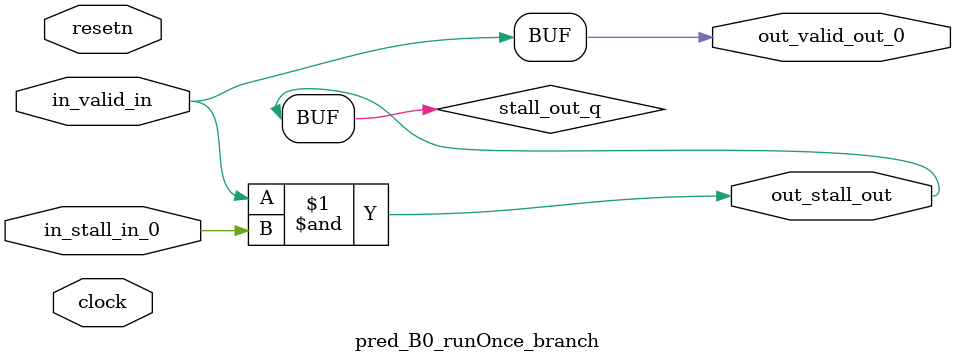
<source format=sv>



(* altera_attribute = "-name AUTO_SHIFT_REGISTER_RECOGNITION OFF; -name MESSAGE_DISABLE 10036; -name MESSAGE_DISABLE 10037; -name MESSAGE_DISABLE 14130; -name MESSAGE_DISABLE 14320; -name MESSAGE_DISABLE 15400; -name MESSAGE_DISABLE 14130; -name MESSAGE_DISABLE 10036; -name MESSAGE_DISABLE 12020; -name MESSAGE_DISABLE 12030; -name MESSAGE_DISABLE 12010; -name MESSAGE_DISABLE 12110; -name MESSAGE_DISABLE 14320; -name MESSAGE_DISABLE 13410; -name MESSAGE_DISABLE 113007; -name MESSAGE_DISABLE 10958" *)
module pred_B0_runOnce_branch (
    input wire [0:0] in_stall_in_0,
    input wire [0:0] in_valid_in,
    output wire [0:0] out_stall_out,
    output wire [0:0] out_valid_out_0,
    input wire clock,
    input wire resetn
    );

    wire [0:0] stall_out_q;


    // stall_out(LOGICAL,6)
    assign stall_out_q = in_valid_in & in_stall_in_0;

    // out_stall_out(GPOUT,4)
    assign out_stall_out = stall_out_q;

    // out_valid_out_0(GPOUT,5)
    assign out_valid_out_0 = in_valid_in;

endmodule

</source>
